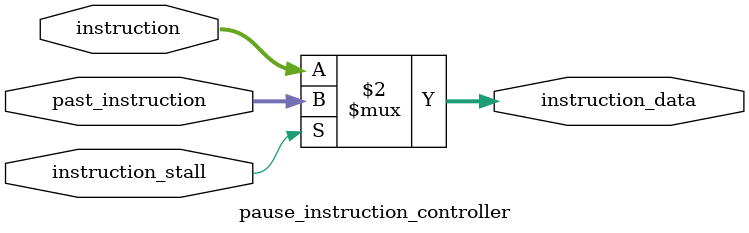
<source format=sv>
 `timescale 1ns/10ps
 
 module pause_instruction_controller(
									instruction_stall,
									instruction,
									past_instruction,
									
									instruction_data
									);
  parameter DATA_SIZE  =32;
  
  output logic [DATA_SIZE-1:0] instruction_data;
  
  input        [DATA_SIZE-1:0] instruction;
  input        [DATA_SIZE-1:0] past_instruction;
  input                        instruction_stall;
  
  always_comb
  begin
	instruction_data=instruction_stall?past_instruction:instruction;
  end
  endmodule
</source>
